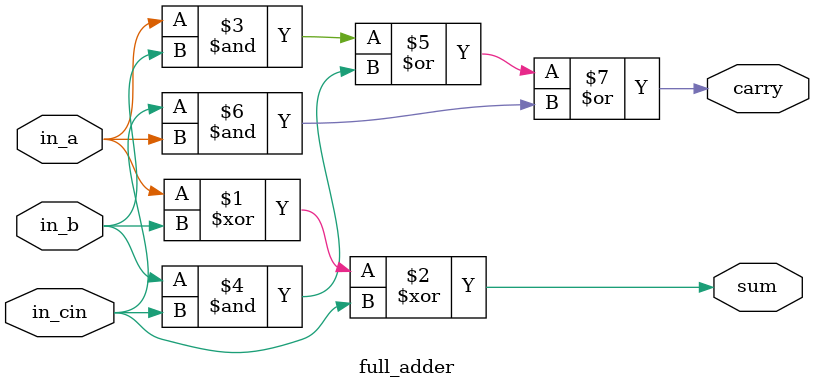
<source format=sv>
module full_adder(
  input logic in_a,
  input logic in_b,
  input logic in_cin,
  output logic sum,
  output logic carry
);
  assign sum = in_a ^in_b^in_cin;
  assign carry = (in_a & in_b) | (in_b & in_cin) | (in_cin & in_a);
endmodule

</source>
